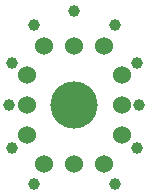
<source format=gbr>
%TF.GenerationSoftware,KiCad,Pcbnew,7.0.0*%
%TF.CreationDate,2023-02-28T14:51:24+08:00*%
%TF.ProjectId,QS-27,51532d32-372e-46b6-9963-61645f706362,rev?*%
%TF.SameCoordinates,Original*%
%TF.FileFunction,Soldermask,Bot*%
%TF.FilePolarity,Negative*%
%FSLAX46Y46*%
G04 Gerber Fmt 4.6, Leading zero omitted, Abs format (unit mm)*
G04 Created by KiCad (PCBNEW 7.0.0) date 2023-02-28 14:51:24*
%MOMM*%
%LPD*%
G01*
G04 APERTURE LIST*
%ADD10C,1.524000*%
%ADD11C,4.000000*%
%ADD12C,1.000000*%
G04 APERTURE END LIST*
D10*
%TO.C,J1*%
X151456000Y-110896000D03*
X151456000Y-113436000D03*
X152916000Y-115896000D03*
X155456000Y-115896000D03*
X157996000Y-115896000D03*
X159456000Y-113436000D03*
X159456000Y-110896000D03*
X159456000Y-108356000D03*
X157996000Y-105896000D03*
X155456000Y-105896000D03*
X152916000Y-105896000D03*
X151456000Y-108356000D03*
%TD*%
D11*
%TO.C,NX1*%
X155456000Y-110896000D03*
D12*
X160756000Y-114496000D03*
X152056000Y-117596000D03*
X150156000Y-114496000D03*
X149956000Y-110896000D03*
X150156000Y-107296000D03*
X152056000Y-104096000D03*
X155456000Y-102896000D03*
X158856000Y-104096000D03*
X160756000Y-107296000D03*
X160956000Y-110896000D03*
X158856000Y-117596000D03*
%TD*%
M02*

</source>
